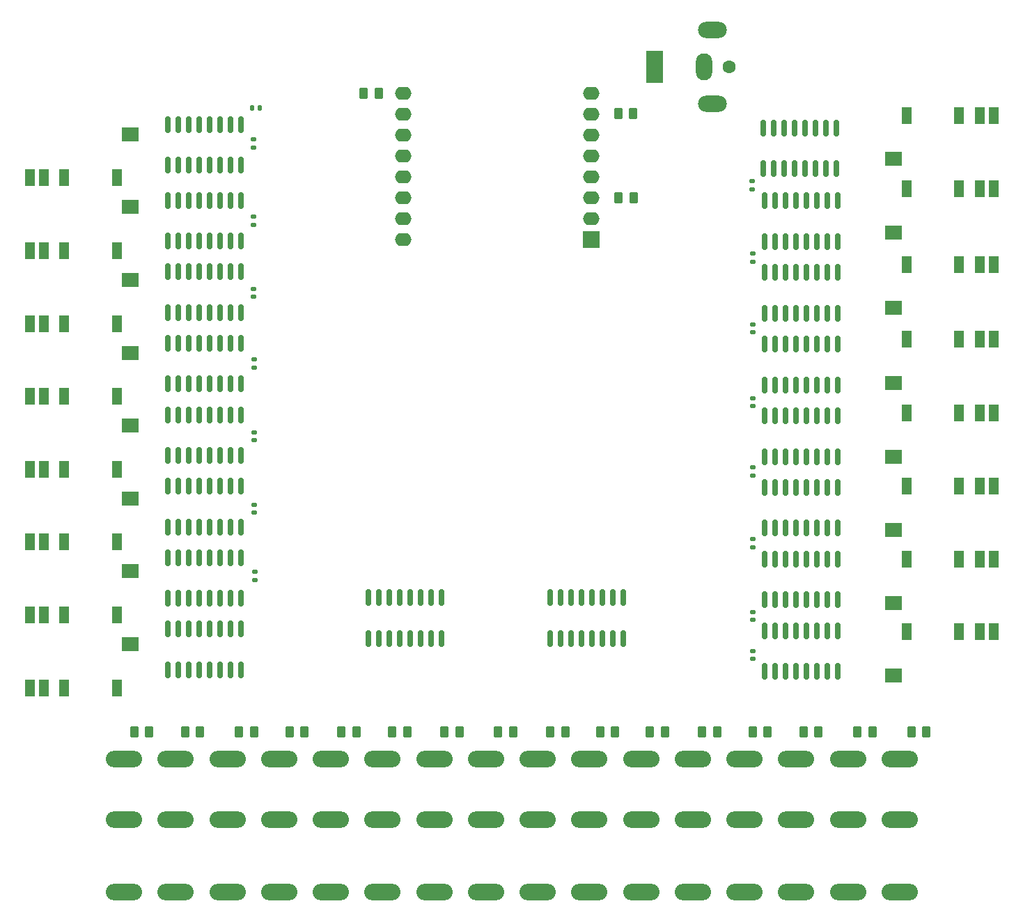
<source format=gbr>
%TF.GenerationSoftware,KiCad,Pcbnew,8.0.5*%
%TF.CreationDate,2025-03-09T15:17:30+08:00*%
%TF.ProjectId,hardware,68617264-7761-4726-952e-6b696361645f,rev?*%
%TF.SameCoordinates,Original*%
%TF.FileFunction,Soldermask,Top*%
%TF.FilePolarity,Negative*%
%FSLAX46Y46*%
G04 Gerber Fmt 4.6, Leading zero omitted, Abs format (unit mm)*
G04 Created by KiCad (PCBNEW 8.0.5) date 2025-03-09 15:17:30*
%MOMM*%
%LPD*%
G01*
G04 APERTURE LIST*
G04 Aperture macros list*
%AMRoundRect*
0 Rectangle with rounded corners*
0 $1 Rounding radius*
0 $2 $3 $4 $5 $6 $7 $8 $9 X,Y pos of 4 corners*
0 Add a 4 corners polygon primitive as box body*
4,1,4,$2,$3,$4,$5,$6,$7,$8,$9,$2,$3,0*
0 Add four circle primitives for the rounded corners*
1,1,$1+$1,$2,$3*
1,1,$1+$1,$4,$5*
1,1,$1+$1,$6,$7*
1,1,$1+$1,$8,$9*
0 Add four rect primitives between the rounded corners*
20,1,$1+$1,$2,$3,$4,$5,0*
20,1,$1+$1,$4,$5,$6,$7,0*
20,1,$1+$1,$6,$7,$8,$9,0*
20,1,$1+$1,$8,$9,$2,$3,0*%
G04 Aperture macros list end*
%ADD10RoundRect,0.150000X0.150000X-0.825000X0.150000X0.825000X-0.150000X0.825000X-0.150000X-0.825000X0*%
%ADD11RoundRect,0.140000X-0.170000X0.140000X-0.170000X-0.140000X0.170000X-0.140000X0.170000X0.140000X0*%
%ADD12RoundRect,0.150000X-0.150000X0.825000X-0.150000X-0.825000X0.150000X-0.825000X0.150000X0.825000X0*%
%ADD13RoundRect,0.250000X-0.262500X-0.450000X0.262500X-0.450000X0.262500X0.450000X-0.262500X0.450000X0*%
%ADD14R,1.300000X2.000000*%
%ADD15R,2.000000X1.700000*%
%ADD16C,1.600000*%
%ADD17R,2.000000X4.000000*%
%ADD18O,2.000000X3.300000*%
%ADD19O,3.500000X2.000000*%
%ADD20R,2.000000X2.000000*%
%ADD21O,2.000000X1.600000*%
%ADD22RoundRect,0.250000X0.262500X0.450000X-0.262500X0.450000X-0.262500X-0.450000X0.262500X-0.450000X0*%
%ADD23RoundRect,0.140000X-0.140000X-0.170000X0.140000X-0.170000X0.140000X0.170000X-0.140000X0.170000X0*%
%ADD24O,4.404000X2.004000*%
G04 APERTURE END LIST*
D10*
%TO.C,U8*%
X177755000Y-105733332D03*
X179025000Y-105733332D03*
X180295000Y-105733332D03*
X181565000Y-105733332D03*
X182835000Y-105733332D03*
X184105000Y-105733332D03*
X185375000Y-105733332D03*
X186645000Y-105733332D03*
X186645000Y-100783332D03*
X185375000Y-100783332D03*
X184105000Y-100783332D03*
X182835000Y-100783332D03*
X181565000Y-100783332D03*
X180295000Y-100783332D03*
X179025000Y-100783332D03*
X177755000Y-100783332D03*
%TD*%
D11*
%TO.C,C14*%
X248900000Y-120820000D03*
X248900000Y-121780000D03*
%TD*%
D12*
%TO.C,U14*%
X259200000Y-92224999D03*
X257930000Y-92224999D03*
X256660000Y-92224999D03*
X255390000Y-92224999D03*
X254120000Y-92224999D03*
X252850000Y-92224999D03*
X251580000Y-92224999D03*
X250310000Y-92224999D03*
X250310000Y-97174999D03*
X251580000Y-97174999D03*
X252850000Y-97174999D03*
X254120000Y-97174999D03*
X255390000Y-97174999D03*
X256660000Y-97174999D03*
X257930000Y-97174999D03*
X259200000Y-97174999D03*
%TD*%
D13*
%TO.C,R12*%
X224287500Y-130700000D03*
X226112500Y-130700000D03*
%TD*%
D14*
%TO.C,M14*%
X278200000Y-118500000D03*
X267600001Y-118500001D03*
D15*
X266000002Y-123800000D03*
D14*
X274000001Y-118500000D03*
X276500001Y-118500000D03*
%TD*%
D13*
%TO.C,R13*%
X230337500Y-130700000D03*
X232162500Y-130700000D03*
%TD*%
D14*
%TO.C,M6*%
X161000001Y-116442853D03*
X171600000Y-116442852D03*
D15*
X173199999Y-111142853D03*
D14*
X165200000Y-116442853D03*
X162700000Y-116442853D03*
%TD*%
D12*
%TO.C,U17*%
X259200000Y-118350000D03*
X257930000Y-118350000D03*
X256660000Y-118350000D03*
X255390000Y-118350000D03*
X254120000Y-118350000D03*
X252850000Y-118350000D03*
X251580000Y-118350000D03*
X250310000Y-118350000D03*
X250310000Y-123300000D03*
X251580000Y-123300000D03*
X252850000Y-123300000D03*
X254120000Y-123300000D03*
X255390000Y-123300000D03*
X256660000Y-123300000D03*
X257930000Y-123300000D03*
X259200000Y-123300000D03*
%TD*%
D13*
%TO.C,R5*%
X179875000Y-130700000D03*
X181700000Y-130700000D03*
%TD*%
D11*
%TO.C,C9*%
X248900000Y-81120000D03*
X248900000Y-82080000D03*
%TD*%
D13*
%TO.C,R19*%
X268187500Y-130700000D03*
X270012500Y-130700000D03*
%TD*%
%TO.C,R7*%
X192575000Y-130700000D03*
X194400000Y-130700000D03*
%TD*%
D14*
%TO.C,M16*%
X278200000Y-55700000D03*
X267600001Y-55700001D03*
D15*
X266000002Y-61000000D03*
D14*
X274000001Y-55700000D03*
X276500001Y-55700000D03*
%TD*%
D10*
%TO.C,U7*%
X177755000Y-97049999D03*
X179025000Y-97049999D03*
X180295000Y-97049999D03*
X181565000Y-97049999D03*
X182835000Y-97049999D03*
X184105000Y-97049999D03*
X185375000Y-97049999D03*
X186645000Y-97049999D03*
X186645000Y-92099999D03*
X185375000Y-92099999D03*
X184105000Y-92099999D03*
X182835000Y-92099999D03*
X181565000Y-92099999D03*
X180295000Y-92099999D03*
X179025000Y-92099999D03*
X177755000Y-92099999D03*
%TD*%
D11*
%TO.C,C16*%
X248800000Y-63720000D03*
X248800000Y-64680000D03*
%TD*%
D16*
%TO.C,J2*%
X246000000Y-49800000D03*
D17*
X237000000Y-49800000D03*
D18*
X243000000Y-49800000D03*
D19*
X244000000Y-54300000D03*
X244000000Y-45300000D03*
%TD*%
D10*
%TO.C,U5*%
X177755000Y-79683333D03*
X179025000Y-79683333D03*
X180295000Y-79683333D03*
X181565000Y-79683333D03*
X182835000Y-79683333D03*
X184105000Y-79683333D03*
X185375000Y-79683333D03*
X186645000Y-79683333D03*
X186645000Y-74733333D03*
X185375000Y-74733333D03*
X184105000Y-74733333D03*
X182835000Y-74733333D03*
X181565000Y-74733333D03*
X180295000Y-74733333D03*
X179025000Y-74733333D03*
X177755000Y-74733333D03*
%TD*%
D14*
%TO.C,M15*%
X161000001Y-63300001D03*
X171600000Y-63300000D03*
D15*
X173199999Y-58000001D03*
D14*
X165200000Y-63300001D03*
X162700000Y-63300001D03*
%TD*%
D10*
%TO.C,U9*%
X177755000Y-114416665D03*
X179025000Y-114416665D03*
X180295000Y-114416665D03*
X181565000Y-114416665D03*
X182835000Y-114416665D03*
X184105000Y-114416665D03*
X185375000Y-114416665D03*
X186645000Y-114416665D03*
X186645000Y-109466665D03*
X185375000Y-109466665D03*
X184105000Y-109466665D03*
X182835000Y-109466665D03*
X181565000Y-109466665D03*
X180295000Y-109466665D03*
X179025000Y-109466665D03*
X177755000Y-109466665D03*
%TD*%
D11*
%TO.C,C2*%
X188200000Y-68020000D03*
X188200000Y-68980000D03*
%TD*%
%TO.C,C1*%
X188200000Y-58640000D03*
X188200000Y-59600000D03*
%TD*%
D14*
%TO.C,M4*%
X161000001Y-98728569D03*
X171600000Y-98728568D03*
D15*
X173199999Y-93428569D03*
D14*
X165200000Y-98728569D03*
X162700000Y-98728569D03*
%TD*%
D10*
%TO.C,U3*%
X224255000Y-119275000D03*
X225525000Y-119275000D03*
X226795000Y-119275000D03*
X228065000Y-119275000D03*
X229335000Y-119275000D03*
X230605000Y-119275000D03*
X231875000Y-119275000D03*
X233145000Y-119275000D03*
X233145000Y-114325000D03*
X231875000Y-114325000D03*
X230605000Y-114325000D03*
X229335000Y-114325000D03*
X228065000Y-114325000D03*
X226795000Y-114325000D03*
X225525000Y-114325000D03*
X224255000Y-114325000D03*
%TD*%
D11*
%TO.C,C13*%
X248900000Y-116100000D03*
X248900000Y-117060000D03*
%TD*%
D14*
%TO.C,M3*%
X161000001Y-89871427D03*
X171600000Y-89871426D03*
D15*
X173199999Y-84571427D03*
D14*
X165200000Y-89871427D03*
X162700000Y-89871427D03*
%TD*%
D13*
%TO.C,R14*%
X236387500Y-130700000D03*
X238212500Y-130700000D03*
%TD*%
%TO.C,R16*%
X248887500Y-130700000D03*
X250712500Y-130700000D03*
%TD*%
D20*
%TO.C,U1*%
X229290000Y-70800000D03*
D21*
X229290000Y-68260000D03*
X229290000Y-65720000D03*
X229290000Y-63180000D03*
X229290000Y-60640000D03*
X229290000Y-58100000D03*
X229290000Y-55560000D03*
X229290000Y-53020000D03*
X206430000Y-53020000D03*
X206430000Y-55560000D03*
X206430000Y-58100000D03*
X206430000Y-60640000D03*
X206430000Y-63180000D03*
X206430000Y-65720000D03*
X206430000Y-68260000D03*
X206430000Y-70800000D03*
%TD*%
D13*
%TO.C,R10*%
X211437500Y-130700000D03*
X213262500Y-130700000D03*
%TD*%
D14*
%TO.C,M5*%
X161000001Y-107585711D03*
X171600000Y-107585710D03*
D15*
X173199999Y-102285711D03*
D14*
X165200000Y-107585711D03*
X162700000Y-107585711D03*
%TD*%
D13*
%TO.C,R9*%
X205087500Y-130700000D03*
X206912500Y-130700000D03*
%TD*%
D22*
%TO.C,R1*%
X234415000Y-65700000D03*
X232590000Y-65700000D03*
%TD*%
D12*
%TO.C,U16*%
X259200000Y-109641665D03*
X257930000Y-109641665D03*
X256660000Y-109641665D03*
X255390000Y-109641665D03*
X254120000Y-109641665D03*
X252850000Y-109641665D03*
X251580000Y-109641665D03*
X250310000Y-109641665D03*
X250310000Y-114591665D03*
X251580000Y-114591665D03*
X252850000Y-114591665D03*
X254120000Y-114591665D03*
X255390000Y-114591665D03*
X256660000Y-114591665D03*
X257930000Y-114591665D03*
X259200000Y-114591665D03*
%TD*%
D14*
%TO.C,M1*%
X161000001Y-72157143D03*
X171600000Y-72157142D03*
D15*
X173199999Y-66857143D03*
D14*
X165200000Y-72157143D03*
X162700000Y-72157143D03*
%TD*%
D10*
%TO.C,U6*%
X177755000Y-88366666D03*
X179025000Y-88366666D03*
X180295000Y-88366666D03*
X181565000Y-88366666D03*
X182835000Y-88366666D03*
X184105000Y-88366666D03*
X185375000Y-88366666D03*
X186645000Y-88366666D03*
X186645000Y-83416666D03*
X185375000Y-83416666D03*
X184105000Y-83416666D03*
X182835000Y-83416666D03*
X181565000Y-83416666D03*
X180295000Y-83416666D03*
X179025000Y-83416666D03*
X177755000Y-83416666D03*
%TD*%
D11*
%TO.C,C10*%
X248900000Y-90100000D03*
X248900000Y-91060000D03*
%TD*%
%TO.C,C8*%
X248900000Y-72520000D03*
X248900000Y-73480000D03*
%TD*%
D13*
%TO.C,R15*%
X242737500Y-130700000D03*
X244562500Y-130700000D03*
%TD*%
D14*
%TO.C,M9*%
X278200000Y-73836500D03*
X267600001Y-73836501D03*
D15*
X266000002Y-79136500D03*
D14*
X274000001Y-73836500D03*
X276500001Y-73836500D03*
%TD*%
D12*
%TO.C,U15*%
X259200000Y-100933332D03*
X257930000Y-100933332D03*
X256660000Y-100933332D03*
X255390000Y-100933332D03*
X254120000Y-100933332D03*
X252850000Y-100933332D03*
X251580000Y-100933332D03*
X250310000Y-100933332D03*
X250310000Y-105883332D03*
X251580000Y-105883332D03*
X252850000Y-105883332D03*
X254120000Y-105883332D03*
X255390000Y-105883332D03*
X256660000Y-105883332D03*
X257930000Y-105883332D03*
X259200000Y-105883332D03*
%TD*%
D13*
%TO.C,R18*%
X261637500Y-130700000D03*
X263462500Y-130700000D03*
%TD*%
%TO.C,R17*%
X255087500Y-130700000D03*
X256912500Y-130700000D03*
%TD*%
D10*
%TO.C,U4*%
X177755000Y-71000000D03*
X179025000Y-71000000D03*
X180295000Y-71000000D03*
X181565000Y-71000000D03*
X182835000Y-71000000D03*
X184105000Y-71000000D03*
X185375000Y-71000000D03*
X186645000Y-71000000D03*
X186645000Y-66050000D03*
X185375000Y-66050000D03*
X184105000Y-66050000D03*
X182835000Y-66050000D03*
X181565000Y-66050000D03*
X180295000Y-66050000D03*
X179025000Y-66050000D03*
X177755000Y-66050000D03*
%TD*%
%TO.C,U2*%
X202200000Y-119275000D03*
X203470000Y-119275000D03*
X204740000Y-119275000D03*
X206010000Y-119275000D03*
X207280000Y-119275000D03*
X208550000Y-119275000D03*
X209820000Y-119275000D03*
X211090000Y-119275000D03*
X211090000Y-114325000D03*
X209820000Y-114325000D03*
X208550000Y-114325000D03*
X207280000Y-114325000D03*
X206010000Y-114325000D03*
X204740000Y-114325000D03*
X203470000Y-114325000D03*
X202200000Y-114325000D03*
%TD*%
D13*
%TO.C,R11*%
X217937500Y-130700000D03*
X219762500Y-130700000D03*
%TD*%
D11*
%TO.C,C3*%
X188200000Y-76820000D03*
X188200000Y-77780000D03*
%TD*%
%TO.C,C7*%
X188400000Y-111220000D03*
X188400000Y-112180000D03*
%TD*%
D10*
%TO.C,U18*%
X177780000Y-61750000D03*
X179050000Y-61750000D03*
X180320000Y-61750000D03*
X181590000Y-61750000D03*
X182860000Y-61750000D03*
X184130000Y-61750000D03*
X185400000Y-61750000D03*
X186670000Y-61750000D03*
X186670000Y-56800000D03*
X185400000Y-56800000D03*
X184130000Y-56800000D03*
X182860000Y-56800000D03*
X181590000Y-56800000D03*
X180320000Y-56800000D03*
X179050000Y-56800000D03*
X177780000Y-56800000D03*
%TD*%
D13*
%TO.C,R6*%
X186425000Y-130700000D03*
X188250000Y-130700000D03*
%TD*%
D12*
%TO.C,U13*%
X259200000Y-83516666D03*
X257930000Y-83516666D03*
X256660000Y-83516666D03*
X255390000Y-83516666D03*
X254120000Y-83516666D03*
X252850000Y-83516666D03*
X251580000Y-83516666D03*
X250310000Y-83516666D03*
X250310000Y-88466666D03*
X251580000Y-88466666D03*
X252850000Y-88466666D03*
X254120000Y-88466666D03*
X255390000Y-88466666D03*
X256660000Y-88466666D03*
X257930000Y-88466666D03*
X259200000Y-88466666D03*
%TD*%
D14*
%TO.C,M2*%
X161000001Y-81014285D03*
X171600000Y-81014284D03*
D15*
X173199999Y-75714285D03*
D14*
X165200000Y-81014285D03*
X162700000Y-81014285D03*
%TD*%
%TO.C,M8*%
X278200000Y-64636500D03*
X267600001Y-64636501D03*
D15*
X266000002Y-69936500D03*
D14*
X274000001Y-64636500D03*
X276500001Y-64636500D03*
%TD*%
D10*
%TO.C,U10*%
X177755000Y-123100000D03*
X179025000Y-123100000D03*
X180295000Y-123100000D03*
X181565000Y-123100000D03*
X182835000Y-123100000D03*
X184105000Y-123100000D03*
X185375000Y-123100000D03*
X186645000Y-123100000D03*
X186645000Y-118150000D03*
X185375000Y-118150000D03*
X184105000Y-118150000D03*
X182835000Y-118150000D03*
X181565000Y-118150000D03*
X180295000Y-118150000D03*
X179025000Y-118150000D03*
X177755000Y-118150000D03*
%TD*%
D11*
%TO.C,C5*%
X188300000Y-94220000D03*
X188300000Y-95180000D03*
%TD*%
D14*
%TO.C,M11*%
X278200000Y-91900000D03*
X267600001Y-91900001D03*
D15*
X266000002Y-97200000D03*
D14*
X274000001Y-91900000D03*
X276500001Y-91900000D03*
%TD*%
D11*
%TO.C,C11*%
X248900000Y-98520000D03*
X248900000Y-99480000D03*
%TD*%
D14*
%TO.C,M12*%
X278200000Y-100800000D03*
X267600001Y-100800001D03*
D15*
X266000002Y-106100000D03*
D14*
X274000001Y-100800000D03*
X276500001Y-100800000D03*
%TD*%
D23*
%TO.C,C15*%
X188020000Y-54800000D03*
X188980000Y-54800000D03*
%TD*%
D11*
%TO.C,C4*%
X188300000Y-85400000D03*
X188300000Y-86360000D03*
%TD*%
D22*
%TO.C,R3*%
X203412500Y-53000000D03*
X201587500Y-53000000D03*
%TD*%
D13*
%TO.C,R8*%
X198875000Y-130700000D03*
X200700000Y-130700000D03*
%TD*%
D14*
%TO.C,M10*%
X278200000Y-82900000D03*
X267600001Y-82900001D03*
D15*
X266000002Y-88200000D03*
D14*
X274000001Y-82900000D03*
X276500001Y-82900000D03*
%TD*%
%TO.C,M7*%
X161000001Y-125300000D03*
X171600000Y-125299999D03*
D15*
X173199999Y-120000000D03*
D14*
X165200000Y-125300000D03*
X162700000Y-125300000D03*
%TD*%
D12*
%TO.C,U12*%
X259200000Y-74808333D03*
X257930000Y-74808333D03*
X256660000Y-74808333D03*
X255390000Y-74808333D03*
X254120000Y-74808333D03*
X252850000Y-74808333D03*
X251580000Y-74808333D03*
X250310000Y-74808333D03*
X250310000Y-79758333D03*
X251580000Y-79758333D03*
X252850000Y-79758333D03*
X254120000Y-79758333D03*
X255390000Y-79758333D03*
X256660000Y-79758333D03*
X257930000Y-79758333D03*
X259200000Y-79758333D03*
%TD*%
D22*
%TO.C,R2*%
X234370000Y-55500000D03*
X232545000Y-55500000D03*
%TD*%
D11*
%TO.C,C12*%
X248900000Y-107220000D03*
X248900000Y-108180000D03*
%TD*%
D14*
%TO.C,M13*%
X278200000Y-109700000D03*
X267600001Y-109700001D03*
D15*
X266000002Y-115000000D03*
D14*
X274000001Y-109700000D03*
X276500001Y-109700000D03*
%TD*%
D12*
%TO.C,U11*%
X259200000Y-66100000D03*
X257930000Y-66100000D03*
X256660000Y-66100000D03*
X255390000Y-66100000D03*
X254120000Y-66100000D03*
X252850000Y-66100000D03*
X251580000Y-66100000D03*
X250310000Y-66100000D03*
X250310000Y-71050000D03*
X251580000Y-71050000D03*
X252850000Y-71050000D03*
X254120000Y-71050000D03*
X255390000Y-71050000D03*
X256660000Y-71050000D03*
X257930000Y-71050000D03*
X259200000Y-71050000D03*
%TD*%
D11*
%TO.C,C6*%
X188300000Y-103020000D03*
X188300000Y-103980000D03*
%TD*%
D12*
%TO.C,U19*%
X259100000Y-57225000D03*
X257830000Y-57225000D03*
X256560000Y-57225000D03*
X255290000Y-57225000D03*
X254020000Y-57225000D03*
X252750000Y-57225000D03*
X251480000Y-57225000D03*
X250210000Y-57225000D03*
X250210000Y-62175000D03*
X251480000Y-62175000D03*
X252750000Y-62175000D03*
X254020000Y-62175000D03*
X255290000Y-62175000D03*
X256560000Y-62175000D03*
X257830000Y-62175000D03*
X259100000Y-62175000D03*
%TD*%
D13*
%TO.C,R4*%
X173687500Y-130700000D03*
X175512500Y-130700000D03*
%TD*%
D24*
%TO.C,SW6*%
X203893340Y-150100000D03*
X203893340Y-134000000D03*
X203893340Y-141300000D03*
%TD*%
%TO.C,SW11*%
X235326670Y-150100000D03*
X235326670Y-134000000D03*
X235326670Y-141300000D03*
%TD*%
%TO.C,SW12*%
X241613336Y-150100000D03*
X241613336Y-134000000D03*
X241613336Y-141300000D03*
%TD*%
%TO.C,SW14*%
X254186668Y-150100000D03*
X254186668Y-134000000D03*
X254186668Y-141300000D03*
%TD*%
%TO.C,SW7*%
X210180006Y-150100000D03*
X210180006Y-134000000D03*
X210180006Y-141300000D03*
%TD*%
%TO.C,SW4*%
X191320008Y-150100000D03*
X191320008Y-134000000D03*
X191320008Y-141300000D03*
%TD*%
%TO.C,SW15*%
X260473334Y-150100000D03*
X260473334Y-134000000D03*
X260473334Y-141300000D03*
%TD*%
%TO.C,SW10*%
X229040004Y-150100000D03*
X229040004Y-134000000D03*
X229040004Y-141300000D03*
%TD*%
%TO.C,SW8*%
X216466672Y-150100000D03*
X216466672Y-134000000D03*
X216466672Y-141300000D03*
%TD*%
%TO.C,SW9*%
X222753338Y-150100000D03*
X222753338Y-134000000D03*
X222753338Y-141300000D03*
%TD*%
%TO.C,SW16*%
X266760000Y-150100000D03*
X266760000Y-134000000D03*
X266760000Y-141300000D03*
%TD*%
%TO.C,SW2*%
X178746676Y-150100000D03*
X178746676Y-134000000D03*
X178746676Y-141300000D03*
%TD*%
%TO.C,SW5*%
X197606674Y-150100000D03*
X197606674Y-134000000D03*
X197606674Y-141300000D03*
%TD*%
%TO.C,SW13*%
X247900002Y-150100000D03*
X247900002Y-134000000D03*
X247900002Y-141300000D03*
%TD*%
%TO.C,SW1*%
X172460010Y-150100000D03*
X172460010Y-134000000D03*
X172460010Y-141300000D03*
%TD*%
%TO.C,SW3*%
X185033342Y-150100000D03*
X185033342Y-134000000D03*
X185033342Y-141300000D03*
%TD*%
M02*

</source>
